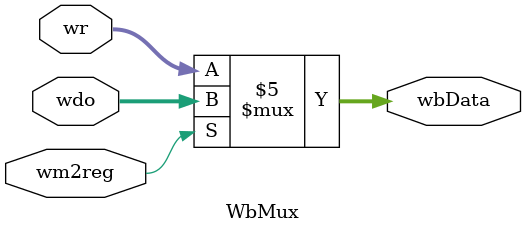
<source format=v>
`timescale 1ns / 1ps


module Datapath(
    input clk,
    
    output wire [31:0] pc,
    output wire [31:0] dinstOut,
    output wire ewreg,
    output wire em2reg,
    output wire ewmem,
    output wire ealuimm,
    output wire [3:0] ealuc,
    output wire [4:0] edestReg,
    output wire [31:0] eqa,
    output wire [31:0] eqb,
    output wire [31:0] eimm32,
    
    output wire mwreg,
    output wire mm2reg, 
    output wire mwmem,
    output wire [4:0] mdestReg,
    output wire [31:0] mr, 
    output wire [31:0] mqb,
    
    output wire wwreg, 
    output wire wm2reg, 
    output wire [4:0] wdestReg,
    output wire [31:0] wr, 
    output wire [31:0] wdo,
    output wire [31:0] wbData
);
    
    wire [31:0] nextPc;
    ProgramCounter ProgramCounter(nextPc, clk, pc);
    
    PcAdder PcAdder(pc, nextPc);
    
    wire [31:0] instOut;
    InstructionMemory InstructionMemory(pc, instOut);
    
    IfidPipelineReg IfidPipelineReg(instOut, clk, dinstOut);
    
    wire [5:0] op = dinstOut[31:26];
    wire [5:0] func = dinstOut[5:0];
    wire wreg;
    wire m2reg;
    wire wmem;
    wire aluimm;
    wire regrt;
    wire [3:0] aluc;
    ControlUnit ControlUnit(op, func, wreg, m2reg, wmem, aluc, aluimm, regrt);
    
    wire [4:0] rs = dinstOut[25:21];
    wire [4:0] rt = dinstOut[20:16];
    wire [4:0] rd = dinstOut[15:11];
    wire [4:0] destReg;
    RegrtMux RegrtMux(rt, rd, regrt, destReg);
    
    wire [31:0] qa;
    wire [31:0] qb;
    RegFile RegFile(rs, rt, wdestReg, wbData, wwreg, clk, qa, qb);
    
    wire [15:0] imm = dinstOut[15:0];
    wire [31:0] imm32;
    ImmediateExtender ImmediateExtender(imm, imm32);
    
    IDEXEPipelineReg IDEXEPipelineReg(wreg, m2reg, wmem, aluc, aluimm, destReg, qa, qb, imm32, clk, ewreg, em2reg, ewmem, ealuc, ealuimm, edestReg, eqa, eqb, eimm32);
    
    wire [31:0] b;
    AluMux AluMux(eqb, eimm32, ealuimm, b);
    
    wire [31:0] r;
    Alu Alu(eqa, b, ealuc, r);
    
    EXEMEMPipelineReg EXEMEMPipelineReg(ewreg, em2reg, ewmem, edestReg, r, eqb, clk, mwreg, mm2reg, mwmem, mdestReg, mr, mqb);
    
    wire [31:0] mdo;
    DataMemory DataMemory(mr, mqb, mwmem, clk, mdo);
    
    MEMWBPipelineReg MEMWBPipelineReg(mwreg, mm2reg, mdestReg, mr, mdo, clk, wwreg, wm2reg, wdestReg, wr, wdo); 
    
    WbMux WbMux(wr, wdo, wm2reg, wbData);
    
endmodule


module ProgramCounter(

    input [31:0] nextPc,
    input clk,
    output reg [31:0] pc
);
    
    initial begin
        pc = 32'd100;   
    end      
    
    always @(posedge clk)
    begin
        pc = nextPc;
    end
    
endmodule


module InstructionMemory(

    input [31:0] pc,
    output reg [31:0] instOut
);
    reg[31:0] memory[63:0];
    
    initial begin
        memory[25] <= {6'b100011, 5'b00001, 5'b00010, 5'b00000, 5'b00000, 6'b000000};
        memory[26] <= {6'b100011, 5'b00001, 5'b00011, 5'b00000, 5'b00000, 6'b000100};
    
    end
    
    always @(*)
    begin
        instOut = memory[pc[7:2]];
    end
    
endmodule


module PcAdder(

    input [31:0] pc,
    output reg [31:0] nextPc
);

    always @(*)
    begin
        nextPc = pc + 4;
    end
    
endmodule


module IfidPipelineReg(

    input [31:0]instOut,
    input clk,
    output reg [31:0] dinstOut
); 
    
    always @(posedge clk)
    begin
        dinstOut <= instOut;
    end
    
endmodule


module ControlUnit(
    
    input [5:0] op, 
    input [5:0] func,
    output reg wreg, 
    output reg m2reg, 
    output reg wmem, 
    output reg [3:0] aluc, 
    output reg aluimm, 
    output reg regrt
);


    always @(*)
    begin
        case(op)
            6'b000000: //r-type
            begin
                wreg = 1'b1;
                m2reg = 1'b0;
                wmem = 1'b0;
                aluimm = 1'b0;
                regrt = 1'b0;
                case(func)
                    6'b100000: //add instruction
                    begin
                        aluc = 4'b0010;
                    end
                    6'b100010: //sub instruction
                    begin
                        aluc = 4'b0110;
                    end
                endcase
            end
            6'b100011: //lw
            begin
                wreg   = 1'b1;
                m2reg  = 1'b1;
                wmem   = 1'b0;
                aluc   = 4'b0010;
                aluimm = 1'b1;
                regrt  = 1'b1;
            end
        endcase
    end
    
endmodule    
    
    
module RegrtMux(

    input [4:0] rt,
    input [4:0] rd,
    input regrt,
    output reg [4:0] destReg
);

    always @(*)
    begin
        if(regrt == 0) begin
            destReg = rd;
        end
        else begin
            destReg = rt;
        end
    end

endmodule


module RegFile(

    input [4:0] rs,
    input [4:0] rt,
    input [4:0] wdestReg,
    input [31:0] wbData,
    input wwreg,
    input clk,
    
    output reg [31:0] qa,
    output reg [31:0] qb
);

    reg [31:0] registers[0:31];
    
    integer i; 

    initial begin
        // Initialize all registers to 0
        for(i = 0; i < 32; i = i + 1) 
        begin
            registers[i] = 32'b0;
        end
    end
    
    always @(*)
    begin
        qa = registers[rs];
        qb = registers[rt];
    end
    
    always @(negedge clk)
    begin
        if (wwreg == 1)
            registers[wdestReg] = wbData;
    end
    
endmodule


module ImmediateExtender(

    input [15:0] imm,
    output reg [31:0] imm32
);

    always @(*)
    begin
        imm32 = {{16{imm[15]}}, imm};
    end
    
endmodule

   
module IDEXEPipelineReg(
    input wreg,
    input m2reg,
    input wmem,
    input [3:0] aluc,
    input aluimm,
    input [4:0] destReg,
    input [31:0] qa,
    input [31:0] qb,
    input [31:0] imm32,
    input clk,
    
    output reg ewreg,
    output reg em2reg,
    output reg ewmem,
    output reg [3:0] ealuc,
    output reg ealuimm,
    output reg [4:0] edestReg,
    output reg [31:0] eqa,
    output reg [31:0] eqb,
    output reg [31:0] eimm32
);    
    
    always @(posedge clk)
    begin
        ewreg = wreg;
        em2reg = m2reg;
        ewmem = wmem;
        ealuc = aluc;
        ealuimm = aluimm;
        edestReg = destReg;
        eqa = qa;
        eqb = qb;
        eimm32 = imm32;
    end
    
endmodule

module AluMux(
    input [31:0] eqb,
    input [31:0] eimm32,
    input ealuimm,
    
    output reg [31:0] b
);
    
    always @(*)
    begin
        if (ealuimm == 0)
            b = eqb;
        else
            b = eimm32;
    end

endmodule    


module Alu(
    input [31:0] eqa,
    input [31:0] b,
    input [3:0] ealuc,
    
    output reg [31:0] r 
);
    
    always @(*)
    begin
       // 0000 = Addition
       // 0001 = Subtraction
       // 0010 = Bitwise AND
       // 0011 = Bitwise OR 
       case (ealuc)
            4'b0000: 
                r = eqa + b; // Addition
            4'b0001: 
                r = eqa - b; // Subtraction
            4'b0010: 
                r = eqa & b; // Bitwise AND
            4'b0011: 
                r = eqa | b; // Bitwise OR
       endcase
    end

endmodule


module EXEMEMPipelineReg(
    input ewreg,
    input em2reg,
    input ewmem,
    input [4:0] edestReg,
    input [31:0] r,
    input [31:0] eqb,
    input clk,
    
    output reg mwreg,
    output reg mm2reg,
    output reg mwmem,
    output reg [4:0] mdestReg,
    output reg [31:0] mr,
    output reg [31:0] mqb 
);
    
    always @(posedge clk)
    begin
       mwreg = ewreg;
       mm2reg = em2reg;
       mwmem = ewmem;
       mdestReg = edestReg;
       mr = r;
       mqb = eqb;
    end

endmodule


module DataMemory(
    input [31:0] mr,
    input [31:0] mqb,
    input mwmem,
    input clk,
    
    output reg [31:0] mdo
);
    reg [31:0] memory[0:31];
    
    initial begin
        memory[0] = 'hA00000AA;
        memory[1] = 'h10000011;
        memory[2] = 'h20000022;
        memory[3] = 'h30000033;
        memory[4] = 'h40000044;
        memory[5] = 'h50000055;
        memory[6] = 'h60000066;
        memory[7] = 'h70000077;
        memory[8] = 'h80000088;
        memory[9] = 'h90000099; 
     end
    
    always @(*)
        mdo = memory[mr[7:2]];
        
    always @(negedge clk)
    begin
        if (mwmem == 1)
        begin
            memory[mr[7:2]] = mqb;
        end
    end

endmodule


module MEMWBPipelineReg (
    input mwreg, 
    input mm2reg,
    input [4:0] mdestReg,
    input [31:0] mr, 
    input [31:0] mdo,
    input clk, 
    
    output reg wwreg, 
    output reg wm2reg, 
    output reg [4:0] wdestReg,
    output reg [31:0] wr, 
    output reg [31:0] wdo
);

    always @(posedge clk)
    begin
        wwreg    = mwreg;
        wm2reg   = mm2reg;
        wdestReg = mdestReg;
        wr       = mr;
        wdo      = mdo;
    end
    
endmodule

module WbMux (
    input [31:0] wr,
    input [31:0] wdo,
    input wm2reg,

    output reg [31:0] wbData
);

    always @(*)
    begin
        if (wm2reg == 0)
            wbData = wr;
        else
            wbData = wdo;
    end
    
endmodule



</source>
